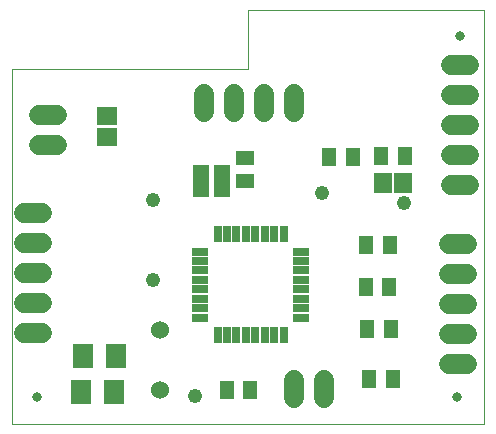
<source format=gts>
G75*
%MOIN*%
%OFA0B0*%
%FSLAX25Y25*%
%IPPOS*%
%LPD*%
%AMOC8*
5,1,8,0,0,1.08239X$1,22.5*
%
%ADD10C,0.00000*%
%ADD11C,0.03162*%
%ADD12C,0.06800*%
%ADD13R,0.07099X0.07887*%
%ADD14R,0.06706X0.05918*%
%ADD15R,0.05918X0.06706*%
%ADD16C,0.06000*%
%ADD17R,0.06312X0.05131*%
%ADD18R,0.05131X0.06312*%
%ADD19R,0.05800X0.10800*%
%ADD20R,0.05800X0.03000*%
%ADD21R,0.03000X0.05800*%
%ADD22C,0.04762*%
D10*
X0002092Y0002201D02*
X0002092Y0120311D01*
X0080832Y0120311D01*
X0080832Y0139996D01*
X0159572Y0139996D01*
X0159572Y0002201D01*
X0002092Y0002201D01*
X0009179Y0011059D02*
X0009181Y0011128D01*
X0009187Y0011196D01*
X0009197Y0011264D01*
X0009211Y0011331D01*
X0009229Y0011398D01*
X0009250Y0011463D01*
X0009276Y0011527D01*
X0009305Y0011589D01*
X0009337Y0011649D01*
X0009373Y0011708D01*
X0009413Y0011764D01*
X0009455Y0011818D01*
X0009501Y0011869D01*
X0009550Y0011918D01*
X0009601Y0011964D01*
X0009655Y0012006D01*
X0009711Y0012046D01*
X0009769Y0012082D01*
X0009830Y0012114D01*
X0009892Y0012143D01*
X0009956Y0012169D01*
X0010021Y0012190D01*
X0010088Y0012208D01*
X0010155Y0012222D01*
X0010223Y0012232D01*
X0010291Y0012238D01*
X0010360Y0012240D01*
X0010429Y0012238D01*
X0010497Y0012232D01*
X0010565Y0012222D01*
X0010632Y0012208D01*
X0010699Y0012190D01*
X0010764Y0012169D01*
X0010828Y0012143D01*
X0010890Y0012114D01*
X0010950Y0012082D01*
X0011009Y0012046D01*
X0011065Y0012006D01*
X0011119Y0011964D01*
X0011170Y0011918D01*
X0011219Y0011869D01*
X0011265Y0011818D01*
X0011307Y0011764D01*
X0011347Y0011708D01*
X0011383Y0011649D01*
X0011415Y0011589D01*
X0011444Y0011527D01*
X0011470Y0011463D01*
X0011491Y0011398D01*
X0011509Y0011331D01*
X0011523Y0011264D01*
X0011533Y0011196D01*
X0011539Y0011128D01*
X0011541Y0011059D01*
X0011539Y0010990D01*
X0011533Y0010922D01*
X0011523Y0010854D01*
X0011509Y0010787D01*
X0011491Y0010720D01*
X0011470Y0010655D01*
X0011444Y0010591D01*
X0011415Y0010529D01*
X0011383Y0010468D01*
X0011347Y0010410D01*
X0011307Y0010354D01*
X0011265Y0010300D01*
X0011219Y0010249D01*
X0011170Y0010200D01*
X0011119Y0010154D01*
X0011065Y0010112D01*
X0011009Y0010072D01*
X0010951Y0010036D01*
X0010890Y0010004D01*
X0010828Y0009975D01*
X0010764Y0009949D01*
X0010699Y0009928D01*
X0010632Y0009910D01*
X0010565Y0009896D01*
X0010497Y0009886D01*
X0010429Y0009880D01*
X0010360Y0009878D01*
X0010291Y0009880D01*
X0010223Y0009886D01*
X0010155Y0009896D01*
X0010088Y0009910D01*
X0010021Y0009928D01*
X0009956Y0009949D01*
X0009892Y0009975D01*
X0009830Y0010004D01*
X0009769Y0010036D01*
X0009711Y0010072D01*
X0009655Y0010112D01*
X0009601Y0010154D01*
X0009550Y0010200D01*
X0009501Y0010249D01*
X0009455Y0010300D01*
X0009413Y0010354D01*
X0009373Y0010410D01*
X0009337Y0010468D01*
X0009305Y0010529D01*
X0009276Y0010591D01*
X0009250Y0010655D01*
X0009229Y0010720D01*
X0009211Y0010787D01*
X0009197Y0010854D01*
X0009187Y0010922D01*
X0009181Y0010990D01*
X0009179Y0011059D01*
X0149139Y0011059D02*
X0149141Y0011128D01*
X0149147Y0011196D01*
X0149157Y0011264D01*
X0149171Y0011331D01*
X0149189Y0011398D01*
X0149210Y0011463D01*
X0149236Y0011527D01*
X0149265Y0011589D01*
X0149297Y0011649D01*
X0149333Y0011708D01*
X0149373Y0011764D01*
X0149415Y0011818D01*
X0149461Y0011869D01*
X0149510Y0011918D01*
X0149561Y0011964D01*
X0149615Y0012006D01*
X0149671Y0012046D01*
X0149729Y0012082D01*
X0149790Y0012114D01*
X0149852Y0012143D01*
X0149916Y0012169D01*
X0149981Y0012190D01*
X0150048Y0012208D01*
X0150115Y0012222D01*
X0150183Y0012232D01*
X0150251Y0012238D01*
X0150320Y0012240D01*
X0150389Y0012238D01*
X0150457Y0012232D01*
X0150525Y0012222D01*
X0150592Y0012208D01*
X0150659Y0012190D01*
X0150724Y0012169D01*
X0150788Y0012143D01*
X0150850Y0012114D01*
X0150910Y0012082D01*
X0150969Y0012046D01*
X0151025Y0012006D01*
X0151079Y0011964D01*
X0151130Y0011918D01*
X0151179Y0011869D01*
X0151225Y0011818D01*
X0151267Y0011764D01*
X0151307Y0011708D01*
X0151343Y0011649D01*
X0151375Y0011589D01*
X0151404Y0011527D01*
X0151430Y0011463D01*
X0151451Y0011398D01*
X0151469Y0011331D01*
X0151483Y0011264D01*
X0151493Y0011196D01*
X0151499Y0011128D01*
X0151501Y0011059D01*
X0151499Y0010990D01*
X0151493Y0010922D01*
X0151483Y0010854D01*
X0151469Y0010787D01*
X0151451Y0010720D01*
X0151430Y0010655D01*
X0151404Y0010591D01*
X0151375Y0010529D01*
X0151343Y0010468D01*
X0151307Y0010410D01*
X0151267Y0010354D01*
X0151225Y0010300D01*
X0151179Y0010249D01*
X0151130Y0010200D01*
X0151079Y0010154D01*
X0151025Y0010112D01*
X0150969Y0010072D01*
X0150911Y0010036D01*
X0150850Y0010004D01*
X0150788Y0009975D01*
X0150724Y0009949D01*
X0150659Y0009928D01*
X0150592Y0009910D01*
X0150525Y0009896D01*
X0150457Y0009886D01*
X0150389Y0009880D01*
X0150320Y0009878D01*
X0150251Y0009880D01*
X0150183Y0009886D01*
X0150115Y0009896D01*
X0150048Y0009910D01*
X0149981Y0009928D01*
X0149916Y0009949D01*
X0149852Y0009975D01*
X0149790Y0010004D01*
X0149729Y0010036D01*
X0149671Y0010072D01*
X0149615Y0010112D01*
X0149561Y0010154D01*
X0149510Y0010200D01*
X0149461Y0010249D01*
X0149415Y0010300D01*
X0149373Y0010354D01*
X0149333Y0010410D01*
X0149297Y0010468D01*
X0149265Y0010529D01*
X0149236Y0010591D01*
X0149210Y0010655D01*
X0149189Y0010720D01*
X0149171Y0010787D01*
X0149157Y0010854D01*
X0149147Y0010922D01*
X0149141Y0010990D01*
X0149139Y0011059D01*
X0150321Y0131531D02*
X0150323Y0131600D01*
X0150329Y0131668D01*
X0150339Y0131736D01*
X0150353Y0131803D01*
X0150371Y0131870D01*
X0150392Y0131935D01*
X0150418Y0131999D01*
X0150447Y0132061D01*
X0150479Y0132121D01*
X0150515Y0132180D01*
X0150555Y0132236D01*
X0150597Y0132290D01*
X0150643Y0132341D01*
X0150692Y0132390D01*
X0150743Y0132436D01*
X0150797Y0132478D01*
X0150853Y0132518D01*
X0150911Y0132554D01*
X0150972Y0132586D01*
X0151034Y0132615D01*
X0151098Y0132641D01*
X0151163Y0132662D01*
X0151230Y0132680D01*
X0151297Y0132694D01*
X0151365Y0132704D01*
X0151433Y0132710D01*
X0151502Y0132712D01*
X0151571Y0132710D01*
X0151639Y0132704D01*
X0151707Y0132694D01*
X0151774Y0132680D01*
X0151841Y0132662D01*
X0151906Y0132641D01*
X0151970Y0132615D01*
X0152032Y0132586D01*
X0152092Y0132554D01*
X0152151Y0132518D01*
X0152207Y0132478D01*
X0152261Y0132436D01*
X0152312Y0132390D01*
X0152361Y0132341D01*
X0152407Y0132290D01*
X0152449Y0132236D01*
X0152489Y0132180D01*
X0152525Y0132121D01*
X0152557Y0132061D01*
X0152586Y0131999D01*
X0152612Y0131935D01*
X0152633Y0131870D01*
X0152651Y0131803D01*
X0152665Y0131736D01*
X0152675Y0131668D01*
X0152681Y0131600D01*
X0152683Y0131531D01*
X0152681Y0131462D01*
X0152675Y0131394D01*
X0152665Y0131326D01*
X0152651Y0131259D01*
X0152633Y0131192D01*
X0152612Y0131127D01*
X0152586Y0131063D01*
X0152557Y0131001D01*
X0152525Y0130940D01*
X0152489Y0130882D01*
X0152449Y0130826D01*
X0152407Y0130772D01*
X0152361Y0130721D01*
X0152312Y0130672D01*
X0152261Y0130626D01*
X0152207Y0130584D01*
X0152151Y0130544D01*
X0152093Y0130508D01*
X0152032Y0130476D01*
X0151970Y0130447D01*
X0151906Y0130421D01*
X0151841Y0130400D01*
X0151774Y0130382D01*
X0151707Y0130368D01*
X0151639Y0130358D01*
X0151571Y0130352D01*
X0151502Y0130350D01*
X0151433Y0130352D01*
X0151365Y0130358D01*
X0151297Y0130368D01*
X0151230Y0130382D01*
X0151163Y0130400D01*
X0151098Y0130421D01*
X0151034Y0130447D01*
X0150972Y0130476D01*
X0150911Y0130508D01*
X0150853Y0130544D01*
X0150797Y0130584D01*
X0150743Y0130626D01*
X0150692Y0130672D01*
X0150643Y0130721D01*
X0150597Y0130772D01*
X0150555Y0130826D01*
X0150515Y0130882D01*
X0150479Y0130940D01*
X0150447Y0131001D01*
X0150418Y0131063D01*
X0150392Y0131127D01*
X0150371Y0131192D01*
X0150353Y0131259D01*
X0150339Y0131326D01*
X0150329Y0131394D01*
X0150323Y0131462D01*
X0150321Y0131531D01*
D11*
X0151502Y0131531D03*
X0150320Y0011059D03*
X0010360Y0011059D03*
D12*
X0012100Y0032437D02*
X0006100Y0032437D01*
X0006100Y0042437D02*
X0012100Y0042437D01*
X0012100Y0052437D02*
X0006100Y0052437D01*
X0006100Y0062437D02*
X0012100Y0062437D01*
X0012100Y0072437D02*
X0006100Y0072437D01*
X0011061Y0095075D02*
X0017061Y0095075D01*
X0017061Y0105075D02*
X0011061Y0105075D01*
X0066147Y0105933D02*
X0066147Y0111933D01*
X0076147Y0111933D02*
X0076147Y0105933D01*
X0086147Y0105933D02*
X0086147Y0111933D01*
X0096147Y0111933D02*
X0096147Y0105933D01*
X0147832Y0062004D02*
X0153832Y0062004D01*
X0153832Y0052004D02*
X0147832Y0052004D01*
X0147832Y0042004D02*
X0153832Y0042004D01*
X0153832Y0032004D02*
X0147832Y0032004D01*
X0147832Y0022004D02*
X0153832Y0022004D01*
X0106265Y0016657D02*
X0106265Y0010657D01*
X0096265Y0010657D02*
X0096265Y0016657D01*
X0148541Y0081846D02*
X0154541Y0081846D01*
X0154541Y0091846D02*
X0148541Y0091846D01*
X0148541Y0101846D02*
X0154541Y0101846D01*
X0154541Y0111846D02*
X0148541Y0111846D01*
X0148541Y0121846D02*
X0154541Y0121846D01*
D13*
X0036856Y0024878D03*
X0025832Y0024878D03*
X0025242Y0012870D03*
X0036265Y0012870D03*
D14*
X0033864Y0097909D03*
X0033864Y0104602D03*
D15*
X0125793Y0082555D03*
X0132486Y0082555D03*
D16*
X0051423Y0033500D03*
X0051423Y0013500D03*
D17*
X0079887Y0082949D03*
X0079887Y0090823D03*
D18*
X0107919Y0091138D03*
X0115793Y0091138D03*
X0125163Y0091335D03*
X0133037Y0091335D03*
X0128037Y0061886D03*
X0120163Y0061886D03*
X0120084Y0047909D03*
X0127958Y0047909D03*
X0128352Y0033736D03*
X0120478Y0033736D03*
X0121147Y0017004D03*
X0129021Y0017004D03*
X0081541Y0013461D03*
X0073667Y0013461D03*
D19*
X0072210Y0083224D03*
X0065242Y0083028D03*
D20*
X0064798Y0059563D03*
X0064798Y0056413D03*
X0064798Y0053264D03*
X0064798Y0050114D03*
X0064798Y0046965D03*
X0064798Y0043815D03*
X0064798Y0040665D03*
X0064798Y0037516D03*
X0098598Y0037516D03*
X0098598Y0040665D03*
X0098598Y0043815D03*
X0098598Y0046965D03*
X0098598Y0050114D03*
X0098598Y0053264D03*
X0098598Y0056413D03*
X0098598Y0059563D03*
D21*
X0092722Y0065439D03*
X0089572Y0065439D03*
X0086423Y0065439D03*
X0083273Y0065439D03*
X0080124Y0065439D03*
X0076974Y0065439D03*
X0073824Y0065439D03*
X0070675Y0065439D03*
X0070675Y0031639D03*
X0073824Y0031639D03*
X0076974Y0031639D03*
X0080124Y0031639D03*
X0083273Y0031639D03*
X0086423Y0031639D03*
X0089572Y0031639D03*
X0092722Y0031639D03*
D22*
X0063313Y0011453D03*
X0049139Y0050232D03*
X0049139Y0076807D03*
X0105439Y0079169D03*
X0132801Y0075823D03*
M02*

</source>
